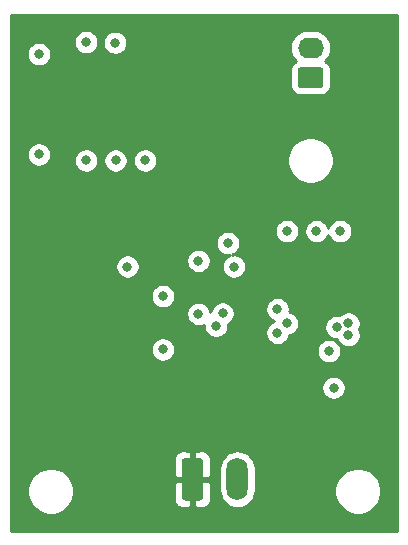
<source format=gbr>
%TF.GenerationSoftware,KiCad,Pcbnew,5.1.10-1.fc34*%
%TF.CreationDate,2021-09-08T08:00:36+01:00*%
%TF.ProjectId,cryosub_power_converter_top_v01,6372796f-7375-4625-9f70-6f7765725f63,rev?*%
%TF.SameCoordinates,Original*%
%TF.FileFunction,Copper,L3,Inr*%
%TF.FilePolarity,Positive*%
%FSLAX46Y46*%
G04 Gerber Fmt 4.6, Leading zero omitted, Abs format (unit mm)*
G04 Created by KiCad (PCBNEW 5.1.10-1.fc34) date 2021-09-08 08:00:36*
%MOMM*%
%LPD*%
G01*
G04 APERTURE LIST*
%TA.AperFunction,ComponentPad*%
%ADD10O,2.190000X1.740000*%
%TD*%
%TA.AperFunction,ComponentPad*%
%ADD11O,1.800000X3.600000*%
%TD*%
%TA.AperFunction,ViaPad*%
%ADD12C,0.800000*%
%TD*%
%TA.AperFunction,Conductor*%
%ADD13C,0.254000*%
%TD*%
%TA.AperFunction,Conductor*%
%ADD14C,0.100000*%
%TD*%
G04 APERTURE END LIST*
D10*
%TO.N,GND*%
%TO.C,J3*%
X126000000Y-103460000D03*
%TO.N,/p5v_out*%
%TA.AperFunction,ComponentPad*%
G36*
G01*
X126845001Y-106870000D02*
X125154999Y-106870000D01*
G75*
G02*
X124905000Y-106620001I0J249999D01*
G01*
X124905000Y-105379999D01*
G75*
G02*
X125154999Y-105130000I249999J0D01*
G01*
X126845001Y-105130000D01*
G75*
G02*
X127095000Y-105379999I0J-249999D01*
G01*
X127095000Y-106620001D01*
G75*
G02*
X126845001Y-106870000I-249999J0D01*
G01*
G37*
%TD.AperFunction*%
%TD*%
%TO.N,VDC*%
%TO.C,J1*%
%TA.AperFunction,ComponentPad*%
G36*
G01*
X115100000Y-141550000D02*
X115100000Y-138450000D01*
G75*
G02*
X115350000Y-138200000I250000J0D01*
G01*
X116650000Y-138200000D01*
G75*
G02*
X116900000Y-138450000I0J-250000D01*
G01*
X116900000Y-141550000D01*
G75*
G02*
X116650000Y-141800000I-250000J0D01*
G01*
X115350000Y-141800000D01*
G75*
G02*
X115100000Y-141550000I0J250000D01*
G01*
G37*
%TD.AperFunction*%
D11*
%TO.N,GND*%
X119810000Y-140000000D03*
%TD*%
D12*
%TO.N,VDC*%
X123200000Y-129400000D03*
X123200000Y-131000000D03*
X123200000Y-132800000D03*
%TO.N,GND*%
X123200000Y-125600000D03*
X124000000Y-126800000D03*
X123200000Y-127600000D03*
X128202593Y-127124996D03*
X129200000Y-126800000D03*
X129200000Y-127800000D03*
%TO.N,/vload*%
X109460000Y-103040000D03*
X107000000Y-103000000D03*
X103000000Y-104000000D03*
%TO.N,GND*%
X107000000Y-113000000D03*
X109500000Y-113000000D03*
X112000000Y-113000000D03*
X103000000Y-112500000D03*
X110500000Y-122000000D03*
X119000000Y-120000000D03*
X116500000Y-126000000D03*
X126500000Y-119000000D03*
X128500000Y-119000000D03*
X124000000Y-119000000D03*
X127550000Y-129150000D03*
X127950000Y-132250000D03*
%TO.N,/On When Warm/VD1*%
X119500000Y-122000000D03*
%TO.N,/On When Warm/vs*%
X113500000Y-124500000D03*
X113500000Y-129000000D03*
%TO.N,/On When Warm/vg1*%
X116500000Y-121500000D03*
%TO.N,/thermistor*%
X118000000Y-127000000D03*
%TO.N,/On When Warm/vd2*%
X118551318Y-125956175D03*
%TO.N,VDC*%
X120000000Y-109000000D03*
X107280000Y-127280000D03*
X110500000Y-127500000D03*
X121000000Y-122000000D03*
X121000000Y-129500000D03*
X111500000Y-120000000D03*
%TD*%
D13*
%TO.N,VDC*%
X133340001Y-144340000D02*
X100660000Y-144340000D01*
X100660000Y-140804495D01*
X102015000Y-140804495D01*
X102015000Y-141195505D01*
X102091282Y-141579003D01*
X102240915Y-141940250D01*
X102458149Y-142265364D01*
X102734636Y-142541851D01*
X103059750Y-142759085D01*
X103420997Y-142908718D01*
X103804495Y-142985000D01*
X104195505Y-142985000D01*
X104579003Y-142908718D01*
X104940250Y-142759085D01*
X105265364Y-142541851D01*
X105541851Y-142265364D01*
X105759085Y-141940250D01*
X105817178Y-141800000D01*
X114461928Y-141800000D01*
X114474188Y-141924482D01*
X114510498Y-142044180D01*
X114569463Y-142154494D01*
X114648815Y-142251185D01*
X114745506Y-142330537D01*
X114855820Y-142389502D01*
X114975518Y-142425812D01*
X115100000Y-142438072D01*
X115714250Y-142435000D01*
X115873000Y-142276250D01*
X115873000Y-140127000D01*
X116127000Y-140127000D01*
X116127000Y-142276250D01*
X116285750Y-142435000D01*
X116900000Y-142438072D01*
X117024482Y-142425812D01*
X117144180Y-142389502D01*
X117254494Y-142330537D01*
X117351185Y-142251185D01*
X117430537Y-142154494D01*
X117489502Y-142044180D01*
X117525812Y-141924482D01*
X117538072Y-141800000D01*
X117535000Y-140285750D01*
X117376250Y-140127000D01*
X116127000Y-140127000D01*
X115873000Y-140127000D01*
X114623750Y-140127000D01*
X114465000Y-140285750D01*
X114461928Y-141800000D01*
X105817178Y-141800000D01*
X105908718Y-141579003D01*
X105985000Y-141195505D01*
X105985000Y-140804495D01*
X105908718Y-140420997D01*
X105759085Y-140059750D01*
X105541851Y-139734636D01*
X105265364Y-139458149D01*
X104940250Y-139240915D01*
X104579003Y-139091282D01*
X104195505Y-139015000D01*
X103804495Y-139015000D01*
X103420997Y-139091282D01*
X103059750Y-139240915D01*
X102734636Y-139458149D01*
X102458149Y-139734636D01*
X102240915Y-140059750D01*
X102091282Y-140420997D01*
X102015000Y-140804495D01*
X100660000Y-140804495D01*
X100660000Y-138200000D01*
X114461928Y-138200000D01*
X114465000Y-139714250D01*
X114623750Y-139873000D01*
X115873000Y-139873000D01*
X115873000Y-137723750D01*
X116127000Y-137723750D01*
X116127000Y-139873000D01*
X117376250Y-139873000D01*
X117535000Y-139714250D01*
X117536399Y-139024593D01*
X118275000Y-139024593D01*
X118275000Y-140975408D01*
X118297211Y-141200913D01*
X118384984Y-141490261D01*
X118527520Y-141756927D01*
X118719340Y-141990661D01*
X118953074Y-142182481D01*
X119219740Y-142325017D01*
X119509088Y-142412790D01*
X119810000Y-142442427D01*
X120110913Y-142412790D01*
X120400261Y-142325017D01*
X120666927Y-142182481D01*
X120900661Y-141990661D01*
X121092481Y-141756927D01*
X121235017Y-141490261D01*
X121322790Y-141200913D01*
X121345000Y-140975408D01*
X121345000Y-140804495D01*
X128015000Y-140804495D01*
X128015000Y-141195505D01*
X128091282Y-141579003D01*
X128240915Y-141940250D01*
X128458149Y-142265364D01*
X128734636Y-142541851D01*
X129059750Y-142759085D01*
X129420997Y-142908718D01*
X129804495Y-142985000D01*
X130195505Y-142985000D01*
X130579003Y-142908718D01*
X130940250Y-142759085D01*
X131265364Y-142541851D01*
X131541851Y-142265364D01*
X131759085Y-141940250D01*
X131908718Y-141579003D01*
X131985000Y-141195505D01*
X131985000Y-140804495D01*
X131908718Y-140420997D01*
X131759085Y-140059750D01*
X131541851Y-139734636D01*
X131265364Y-139458149D01*
X130940250Y-139240915D01*
X130579003Y-139091282D01*
X130195505Y-139015000D01*
X129804495Y-139015000D01*
X129420997Y-139091282D01*
X129059750Y-139240915D01*
X128734636Y-139458149D01*
X128458149Y-139734636D01*
X128240915Y-140059750D01*
X128091282Y-140420997D01*
X128015000Y-140804495D01*
X121345000Y-140804495D01*
X121345000Y-139024592D01*
X121322790Y-138799087D01*
X121235017Y-138509739D01*
X121092481Y-138243073D01*
X120900661Y-138009339D01*
X120666926Y-137817519D01*
X120400260Y-137674983D01*
X120110912Y-137587210D01*
X119810000Y-137557573D01*
X119509087Y-137587210D01*
X119219739Y-137674983D01*
X118953073Y-137817519D01*
X118719339Y-138009339D01*
X118527519Y-138243074D01*
X118384983Y-138509740D01*
X118297210Y-138799088D01*
X118275000Y-139024593D01*
X117536399Y-139024593D01*
X117538072Y-138200000D01*
X117525812Y-138075518D01*
X117489502Y-137955820D01*
X117430537Y-137845506D01*
X117351185Y-137748815D01*
X117254494Y-137669463D01*
X117144180Y-137610498D01*
X117024482Y-137574188D01*
X116900000Y-137561928D01*
X116285750Y-137565000D01*
X116127000Y-137723750D01*
X115873000Y-137723750D01*
X115714250Y-137565000D01*
X115100000Y-137561928D01*
X114975518Y-137574188D01*
X114855820Y-137610498D01*
X114745506Y-137669463D01*
X114648815Y-137748815D01*
X114569463Y-137845506D01*
X114510498Y-137955820D01*
X114474188Y-138075518D01*
X114461928Y-138200000D01*
X100660000Y-138200000D01*
X100660000Y-132148061D01*
X126915000Y-132148061D01*
X126915000Y-132351939D01*
X126954774Y-132551898D01*
X127032795Y-132740256D01*
X127146063Y-132909774D01*
X127290226Y-133053937D01*
X127459744Y-133167205D01*
X127648102Y-133245226D01*
X127848061Y-133285000D01*
X128051939Y-133285000D01*
X128251898Y-133245226D01*
X128440256Y-133167205D01*
X128609774Y-133053937D01*
X128753937Y-132909774D01*
X128867205Y-132740256D01*
X128945226Y-132551898D01*
X128985000Y-132351939D01*
X128985000Y-132148061D01*
X128945226Y-131948102D01*
X128867205Y-131759744D01*
X128753937Y-131590226D01*
X128609774Y-131446063D01*
X128440256Y-131332795D01*
X128251898Y-131254774D01*
X128051939Y-131215000D01*
X127848061Y-131215000D01*
X127648102Y-131254774D01*
X127459744Y-131332795D01*
X127290226Y-131446063D01*
X127146063Y-131590226D01*
X127032795Y-131759744D01*
X126954774Y-131948102D01*
X126915000Y-132148061D01*
X100660000Y-132148061D01*
X100660000Y-128898061D01*
X112465000Y-128898061D01*
X112465000Y-129101939D01*
X112504774Y-129301898D01*
X112582795Y-129490256D01*
X112696063Y-129659774D01*
X112840226Y-129803937D01*
X113009744Y-129917205D01*
X113198102Y-129995226D01*
X113398061Y-130035000D01*
X113601939Y-130035000D01*
X113801898Y-129995226D01*
X113990256Y-129917205D01*
X114159774Y-129803937D01*
X114303937Y-129659774D01*
X114417205Y-129490256D01*
X114495226Y-129301898D01*
X114535000Y-129101939D01*
X114535000Y-129048061D01*
X126515000Y-129048061D01*
X126515000Y-129251939D01*
X126554774Y-129451898D01*
X126632795Y-129640256D01*
X126746063Y-129809774D01*
X126890226Y-129953937D01*
X127059744Y-130067205D01*
X127248102Y-130145226D01*
X127448061Y-130185000D01*
X127651939Y-130185000D01*
X127851898Y-130145226D01*
X128040256Y-130067205D01*
X128209774Y-129953937D01*
X128353937Y-129809774D01*
X128467205Y-129640256D01*
X128545226Y-129451898D01*
X128585000Y-129251939D01*
X128585000Y-129048061D01*
X128545226Y-128848102D01*
X128467205Y-128659744D01*
X128353937Y-128490226D01*
X128209774Y-128346063D01*
X128040256Y-128232795D01*
X127851898Y-128154774D01*
X127651939Y-128115000D01*
X127448061Y-128115000D01*
X127248102Y-128154774D01*
X127059744Y-128232795D01*
X126890226Y-128346063D01*
X126746063Y-128490226D01*
X126632795Y-128659744D01*
X126554774Y-128848102D01*
X126515000Y-129048061D01*
X114535000Y-129048061D01*
X114535000Y-128898061D01*
X114495226Y-128698102D01*
X114417205Y-128509744D01*
X114303937Y-128340226D01*
X114159774Y-128196063D01*
X113990256Y-128082795D01*
X113801898Y-128004774D01*
X113601939Y-127965000D01*
X113398061Y-127965000D01*
X113198102Y-128004774D01*
X113009744Y-128082795D01*
X112840226Y-128196063D01*
X112696063Y-128340226D01*
X112582795Y-128509744D01*
X112504774Y-128698102D01*
X112465000Y-128898061D01*
X100660000Y-128898061D01*
X100660000Y-125898061D01*
X115465000Y-125898061D01*
X115465000Y-126101939D01*
X115504774Y-126301898D01*
X115582795Y-126490256D01*
X115696063Y-126659774D01*
X115840226Y-126803937D01*
X116009744Y-126917205D01*
X116198102Y-126995226D01*
X116398061Y-127035000D01*
X116601939Y-127035000D01*
X116801898Y-126995226D01*
X116965000Y-126927666D01*
X116965000Y-127101939D01*
X117004774Y-127301898D01*
X117082795Y-127490256D01*
X117196063Y-127659774D01*
X117340226Y-127803937D01*
X117509744Y-127917205D01*
X117698102Y-127995226D01*
X117898061Y-128035000D01*
X118101939Y-128035000D01*
X118301898Y-127995226D01*
X118490256Y-127917205D01*
X118659774Y-127803937D01*
X118803937Y-127659774D01*
X118917205Y-127490256D01*
X118995226Y-127301898D01*
X119035000Y-127101939D01*
X119035000Y-126898061D01*
X119030965Y-126877775D01*
X119041574Y-126873380D01*
X119211092Y-126760112D01*
X119355255Y-126615949D01*
X119468523Y-126446431D01*
X119546544Y-126258073D01*
X119586318Y-126058114D01*
X119586318Y-125854236D01*
X119546544Y-125654277D01*
X119481837Y-125498061D01*
X122165000Y-125498061D01*
X122165000Y-125701939D01*
X122204774Y-125901898D01*
X122282795Y-126090256D01*
X122396063Y-126259774D01*
X122540226Y-126403937D01*
X122709744Y-126517205D01*
X122898102Y-126595226D01*
X122922103Y-126600000D01*
X122898102Y-126604774D01*
X122709744Y-126682795D01*
X122540226Y-126796063D01*
X122396063Y-126940226D01*
X122282795Y-127109744D01*
X122204774Y-127298102D01*
X122165000Y-127498061D01*
X122165000Y-127701939D01*
X122204774Y-127901898D01*
X122282795Y-128090256D01*
X122396063Y-128259774D01*
X122540226Y-128403937D01*
X122709744Y-128517205D01*
X122898102Y-128595226D01*
X123098061Y-128635000D01*
X123301939Y-128635000D01*
X123501898Y-128595226D01*
X123690256Y-128517205D01*
X123859774Y-128403937D01*
X124003937Y-128259774D01*
X124117205Y-128090256D01*
X124195226Y-127901898D01*
X124212924Y-127812924D01*
X124301898Y-127795226D01*
X124490256Y-127717205D01*
X124659774Y-127603937D01*
X124803937Y-127459774D01*
X124917205Y-127290256D01*
X124995226Y-127101898D01*
X125010908Y-127023057D01*
X127167593Y-127023057D01*
X127167593Y-127226935D01*
X127207367Y-127426894D01*
X127285388Y-127615252D01*
X127398656Y-127784770D01*
X127542819Y-127928933D01*
X127712337Y-128042201D01*
X127900695Y-128120222D01*
X128100654Y-128159996D01*
X128228839Y-128159996D01*
X128282795Y-128290256D01*
X128396063Y-128459774D01*
X128540226Y-128603937D01*
X128709744Y-128717205D01*
X128898102Y-128795226D01*
X129098061Y-128835000D01*
X129301939Y-128835000D01*
X129501898Y-128795226D01*
X129690256Y-128717205D01*
X129859774Y-128603937D01*
X130003937Y-128459774D01*
X130117205Y-128290256D01*
X130195226Y-128101898D01*
X130235000Y-127901939D01*
X130235000Y-127698061D01*
X130195226Y-127498102D01*
X130117205Y-127309744D01*
X130110694Y-127300000D01*
X130117205Y-127290256D01*
X130195226Y-127101898D01*
X130235000Y-126901939D01*
X130235000Y-126698061D01*
X130195226Y-126498102D01*
X130117205Y-126309744D01*
X130003937Y-126140226D01*
X129859774Y-125996063D01*
X129690256Y-125882795D01*
X129501898Y-125804774D01*
X129301939Y-125765000D01*
X129098061Y-125765000D01*
X128898102Y-125804774D01*
X128709744Y-125882795D01*
X128540226Y-125996063D01*
X128422773Y-126113516D01*
X128304532Y-126089996D01*
X128100654Y-126089996D01*
X127900695Y-126129770D01*
X127712337Y-126207791D01*
X127542819Y-126321059D01*
X127398656Y-126465222D01*
X127285388Y-126634740D01*
X127207367Y-126823098D01*
X127167593Y-127023057D01*
X125010908Y-127023057D01*
X125035000Y-126901939D01*
X125035000Y-126698061D01*
X124995226Y-126498102D01*
X124917205Y-126309744D01*
X124803937Y-126140226D01*
X124659774Y-125996063D01*
X124490256Y-125882795D01*
X124301898Y-125804774D01*
X124217870Y-125788060D01*
X124235000Y-125701939D01*
X124235000Y-125498061D01*
X124195226Y-125298102D01*
X124117205Y-125109744D01*
X124003937Y-124940226D01*
X123859774Y-124796063D01*
X123690256Y-124682795D01*
X123501898Y-124604774D01*
X123301939Y-124565000D01*
X123098061Y-124565000D01*
X122898102Y-124604774D01*
X122709744Y-124682795D01*
X122540226Y-124796063D01*
X122396063Y-124940226D01*
X122282795Y-125109744D01*
X122204774Y-125298102D01*
X122165000Y-125498061D01*
X119481837Y-125498061D01*
X119468523Y-125465919D01*
X119355255Y-125296401D01*
X119211092Y-125152238D01*
X119041574Y-125038970D01*
X118853216Y-124960949D01*
X118653257Y-124921175D01*
X118449379Y-124921175D01*
X118249420Y-124960949D01*
X118061062Y-125038970D01*
X117891544Y-125152238D01*
X117747381Y-125296401D01*
X117634113Y-125465919D01*
X117556092Y-125654277D01*
X117521300Y-125829188D01*
X117495226Y-125698102D01*
X117417205Y-125509744D01*
X117303937Y-125340226D01*
X117159774Y-125196063D01*
X116990256Y-125082795D01*
X116801898Y-125004774D01*
X116601939Y-124965000D01*
X116398061Y-124965000D01*
X116198102Y-125004774D01*
X116009744Y-125082795D01*
X115840226Y-125196063D01*
X115696063Y-125340226D01*
X115582795Y-125509744D01*
X115504774Y-125698102D01*
X115465000Y-125898061D01*
X100660000Y-125898061D01*
X100660000Y-124398061D01*
X112465000Y-124398061D01*
X112465000Y-124601939D01*
X112504774Y-124801898D01*
X112582795Y-124990256D01*
X112696063Y-125159774D01*
X112840226Y-125303937D01*
X113009744Y-125417205D01*
X113198102Y-125495226D01*
X113398061Y-125535000D01*
X113601939Y-125535000D01*
X113801898Y-125495226D01*
X113990256Y-125417205D01*
X114159774Y-125303937D01*
X114303937Y-125159774D01*
X114417205Y-124990256D01*
X114495226Y-124801898D01*
X114535000Y-124601939D01*
X114535000Y-124398061D01*
X114495226Y-124198102D01*
X114417205Y-124009744D01*
X114303937Y-123840226D01*
X114159774Y-123696063D01*
X113990256Y-123582795D01*
X113801898Y-123504774D01*
X113601939Y-123465000D01*
X113398061Y-123465000D01*
X113198102Y-123504774D01*
X113009744Y-123582795D01*
X112840226Y-123696063D01*
X112696063Y-123840226D01*
X112582795Y-124009744D01*
X112504774Y-124198102D01*
X112465000Y-124398061D01*
X100660000Y-124398061D01*
X100660000Y-121898061D01*
X109465000Y-121898061D01*
X109465000Y-122101939D01*
X109504774Y-122301898D01*
X109582795Y-122490256D01*
X109696063Y-122659774D01*
X109840226Y-122803937D01*
X110009744Y-122917205D01*
X110198102Y-122995226D01*
X110398061Y-123035000D01*
X110601939Y-123035000D01*
X110801898Y-122995226D01*
X110990256Y-122917205D01*
X111159774Y-122803937D01*
X111303937Y-122659774D01*
X111417205Y-122490256D01*
X111495226Y-122301898D01*
X111535000Y-122101939D01*
X111535000Y-121898061D01*
X111495226Y-121698102D01*
X111417205Y-121509744D01*
X111342582Y-121398061D01*
X115465000Y-121398061D01*
X115465000Y-121601939D01*
X115504774Y-121801898D01*
X115582795Y-121990256D01*
X115696063Y-122159774D01*
X115840226Y-122303937D01*
X116009744Y-122417205D01*
X116198102Y-122495226D01*
X116398061Y-122535000D01*
X116601939Y-122535000D01*
X116801898Y-122495226D01*
X116990256Y-122417205D01*
X117159774Y-122303937D01*
X117303937Y-122159774D01*
X117417205Y-121990256D01*
X117495226Y-121801898D01*
X117535000Y-121601939D01*
X117535000Y-121398061D01*
X117495226Y-121198102D01*
X117417205Y-121009744D01*
X117303937Y-120840226D01*
X117159774Y-120696063D01*
X116990256Y-120582795D01*
X116801898Y-120504774D01*
X116601939Y-120465000D01*
X116398061Y-120465000D01*
X116198102Y-120504774D01*
X116009744Y-120582795D01*
X115840226Y-120696063D01*
X115696063Y-120840226D01*
X115582795Y-121009744D01*
X115504774Y-121198102D01*
X115465000Y-121398061D01*
X111342582Y-121398061D01*
X111303937Y-121340226D01*
X111159774Y-121196063D01*
X110990256Y-121082795D01*
X110801898Y-121004774D01*
X110601939Y-120965000D01*
X110398061Y-120965000D01*
X110198102Y-121004774D01*
X110009744Y-121082795D01*
X109840226Y-121196063D01*
X109696063Y-121340226D01*
X109582795Y-121509744D01*
X109504774Y-121698102D01*
X109465000Y-121898061D01*
X100660000Y-121898061D01*
X100660000Y-119898061D01*
X117965000Y-119898061D01*
X117965000Y-120101939D01*
X118004774Y-120301898D01*
X118082795Y-120490256D01*
X118196063Y-120659774D01*
X118340226Y-120803937D01*
X118509744Y-120917205D01*
X118698102Y-120995226D01*
X118898061Y-121035000D01*
X119101939Y-121035000D01*
X119146556Y-121026125D01*
X119009744Y-121082795D01*
X118840226Y-121196063D01*
X118696063Y-121340226D01*
X118582795Y-121509744D01*
X118504774Y-121698102D01*
X118465000Y-121898061D01*
X118465000Y-122101939D01*
X118504774Y-122301898D01*
X118582795Y-122490256D01*
X118696063Y-122659774D01*
X118840226Y-122803937D01*
X119009744Y-122917205D01*
X119198102Y-122995226D01*
X119398061Y-123035000D01*
X119601939Y-123035000D01*
X119801898Y-122995226D01*
X119990256Y-122917205D01*
X120159774Y-122803937D01*
X120303937Y-122659774D01*
X120417205Y-122490256D01*
X120495226Y-122301898D01*
X120535000Y-122101939D01*
X120535000Y-121898061D01*
X120495226Y-121698102D01*
X120417205Y-121509744D01*
X120303937Y-121340226D01*
X120159774Y-121196063D01*
X119990256Y-121082795D01*
X119801898Y-121004774D01*
X119601939Y-120965000D01*
X119398061Y-120965000D01*
X119353444Y-120973875D01*
X119490256Y-120917205D01*
X119659774Y-120803937D01*
X119803937Y-120659774D01*
X119917205Y-120490256D01*
X119995226Y-120301898D01*
X120035000Y-120101939D01*
X120035000Y-119898061D01*
X119995226Y-119698102D01*
X119917205Y-119509744D01*
X119803937Y-119340226D01*
X119659774Y-119196063D01*
X119490256Y-119082795D01*
X119301898Y-119004774D01*
X119101939Y-118965000D01*
X118898061Y-118965000D01*
X118698102Y-119004774D01*
X118509744Y-119082795D01*
X118340226Y-119196063D01*
X118196063Y-119340226D01*
X118082795Y-119509744D01*
X118004774Y-119698102D01*
X117965000Y-119898061D01*
X100660000Y-119898061D01*
X100660000Y-118898061D01*
X122965000Y-118898061D01*
X122965000Y-119101939D01*
X123004774Y-119301898D01*
X123082795Y-119490256D01*
X123196063Y-119659774D01*
X123340226Y-119803937D01*
X123509744Y-119917205D01*
X123698102Y-119995226D01*
X123898061Y-120035000D01*
X124101939Y-120035000D01*
X124301898Y-119995226D01*
X124490256Y-119917205D01*
X124659774Y-119803937D01*
X124803937Y-119659774D01*
X124917205Y-119490256D01*
X124995226Y-119301898D01*
X125035000Y-119101939D01*
X125035000Y-118898061D01*
X125465000Y-118898061D01*
X125465000Y-119101939D01*
X125504774Y-119301898D01*
X125582795Y-119490256D01*
X125696063Y-119659774D01*
X125840226Y-119803937D01*
X126009744Y-119917205D01*
X126198102Y-119995226D01*
X126398061Y-120035000D01*
X126601939Y-120035000D01*
X126801898Y-119995226D01*
X126990256Y-119917205D01*
X127159774Y-119803937D01*
X127303937Y-119659774D01*
X127417205Y-119490256D01*
X127495226Y-119301898D01*
X127500000Y-119277897D01*
X127504774Y-119301898D01*
X127582795Y-119490256D01*
X127696063Y-119659774D01*
X127840226Y-119803937D01*
X128009744Y-119917205D01*
X128198102Y-119995226D01*
X128398061Y-120035000D01*
X128601939Y-120035000D01*
X128801898Y-119995226D01*
X128990256Y-119917205D01*
X129159774Y-119803937D01*
X129303937Y-119659774D01*
X129417205Y-119490256D01*
X129495226Y-119301898D01*
X129535000Y-119101939D01*
X129535000Y-118898061D01*
X129495226Y-118698102D01*
X129417205Y-118509744D01*
X129303937Y-118340226D01*
X129159774Y-118196063D01*
X128990256Y-118082795D01*
X128801898Y-118004774D01*
X128601939Y-117965000D01*
X128398061Y-117965000D01*
X128198102Y-118004774D01*
X128009744Y-118082795D01*
X127840226Y-118196063D01*
X127696063Y-118340226D01*
X127582795Y-118509744D01*
X127504774Y-118698102D01*
X127500000Y-118722103D01*
X127495226Y-118698102D01*
X127417205Y-118509744D01*
X127303937Y-118340226D01*
X127159774Y-118196063D01*
X126990256Y-118082795D01*
X126801898Y-118004774D01*
X126601939Y-117965000D01*
X126398061Y-117965000D01*
X126198102Y-118004774D01*
X126009744Y-118082795D01*
X125840226Y-118196063D01*
X125696063Y-118340226D01*
X125582795Y-118509744D01*
X125504774Y-118698102D01*
X125465000Y-118898061D01*
X125035000Y-118898061D01*
X124995226Y-118698102D01*
X124917205Y-118509744D01*
X124803937Y-118340226D01*
X124659774Y-118196063D01*
X124490256Y-118082795D01*
X124301898Y-118004774D01*
X124101939Y-117965000D01*
X123898061Y-117965000D01*
X123698102Y-118004774D01*
X123509744Y-118082795D01*
X123340226Y-118196063D01*
X123196063Y-118340226D01*
X123082795Y-118509744D01*
X123004774Y-118698102D01*
X122965000Y-118898061D01*
X100660000Y-118898061D01*
X100660000Y-112398061D01*
X101965000Y-112398061D01*
X101965000Y-112601939D01*
X102004774Y-112801898D01*
X102082795Y-112990256D01*
X102196063Y-113159774D01*
X102340226Y-113303937D01*
X102509744Y-113417205D01*
X102698102Y-113495226D01*
X102898061Y-113535000D01*
X103101939Y-113535000D01*
X103301898Y-113495226D01*
X103490256Y-113417205D01*
X103659774Y-113303937D01*
X103803937Y-113159774D01*
X103917205Y-112990256D01*
X103955393Y-112898061D01*
X105965000Y-112898061D01*
X105965000Y-113101939D01*
X106004774Y-113301898D01*
X106082795Y-113490256D01*
X106196063Y-113659774D01*
X106340226Y-113803937D01*
X106509744Y-113917205D01*
X106698102Y-113995226D01*
X106898061Y-114035000D01*
X107101939Y-114035000D01*
X107301898Y-113995226D01*
X107490256Y-113917205D01*
X107659774Y-113803937D01*
X107803937Y-113659774D01*
X107917205Y-113490256D01*
X107995226Y-113301898D01*
X108035000Y-113101939D01*
X108035000Y-112898061D01*
X108465000Y-112898061D01*
X108465000Y-113101939D01*
X108504774Y-113301898D01*
X108582795Y-113490256D01*
X108696063Y-113659774D01*
X108840226Y-113803937D01*
X109009744Y-113917205D01*
X109198102Y-113995226D01*
X109398061Y-114035000D01*
X109601939Y-114035000D01*
X109801898Y-113995226D01*
X109990256Y-113917205D01*
X110159774Y-113803937D01*
X110303937Y-113659774D01*
X110417205Y-113490256D01*
X110495226Y-113301898D01*
X110535000Y-113101939D01*
X110535000Y-112898061D01*
X110965000Y-112898061D01*
X110965000Y-113101939D01*
X111004774Y-113301898D01*
X111082795Y-113490256D01*
X111196063Y-113659774D01*
X111340226Y-113803937D01*
X111509744Y-113917205D01*
X111698102Y-113995226D01*
X111898061Y-114035000D01*
X112101939Y-114035000D01*
X112301898Y-113995226D01*
X112490256Y-113917205D01*
X112659774Y-113803937D01*
X112803937Y-113659774D01*
X112917205Y-113490256D01*
X112995226Y-113301898D01*
X113035000Y-113101939D01*
X113035000Y-112898061D01*
X113016389Y-112804495D01*
X124015000Y-112804495D01*
X124015000Y-113195505D01*
X124091282Y-113579003D01*
X124240915Y-113940250D01*
X124458149Y-114265364D01*
X124734636Y-114541851D01*
X125059750Y-114759085D01*
X125420997Y-114908718D01*
X125804495Y-114985000D01*
X126195505Y-114985000D01*
X126579003Y-114908718D01*
X126940250Y-114759085D01*
X127265364Y-114541851D01*
X127541851Y-114265364D01*
X127759085Y-113940250D01*
X127908718Y-113579003D01*
X127985000Y-113195505D01*
X127985000Y-112804495D01*
X127908718Y-112420997D01*
X127759085Y-112059750D01*
X127541851Y-111734636D01*
X127265364Y-111458149D01*
X126940250Y-111240915D01*
X126579003Y-111091282D01*
X126195505Y-111015000D01*
X125804495Y-111015000D01*
X125420997Y-111091282D01*
X125059750Y-111240915D01*
X124734636Y-111458149D01*
X124458149Y-111734636D01*
X124240915Y-112059750D01*
X124091282Y-112420997D01*
X124015000Y-112804495D01*
X113016389Y-112804495D01*
X112995226Y-112698102D01*
X112917205Y-112509744D01*
X112803937Y-112340226D01*
X112659774Y-112196063D01*
X112490256Y-112082795D01*
X112301898Y-112004774D01*
X112101939Y-111965000D01*
X111898061Y-111965000D01*
X111698102Y-112004774D01*
X111509744Y-112082795D01*
X111340226Y-112196063D01*
X111196063Y-112340226D01*
X111082795Y-112509744D01*
X111004774Y-112698102D01*
X110965000Y-112898061D01*
X110535000Y-112898061D01*
X110495226Y-112698102D01*
X110417205Y-112509744D01*
X110303937Y-112340226D01*
X110159774Y-112196063D01*
X109990256Y-112082795D01*
X109801898Y-112004774D01*
X109601939Y-111965000D01*
X109398061Y-111965000D01*
X109198102Y-112004774D01*
X109009744Y-112082795D01*
X108840226Y-112196063D01*
X108696063Y-112340226D01*
X108582795Y-112509744D01*
X108504774Y-112698102D01*
X108465000Y-112898061D01*
X108035000Y-112898061D01*
X107995226Y-112698102D01*
X107917205Y-112509744D01*
X107803937Y-112340226D01*
X107659774Y-112196063D01*
X107490256Y-112082795D01*
X107301898Y-112004774D01*
X107101939Y-111965000D01*
X106898061Y-111965000D01*
X106698102Y-112004774D01*
X106509744Y-112082795D01*
X106340226Y-112196063D01*
X106196063Y-112340226D01*
X106082795Y-112509744D01*
X106004774Y-112698102D01*
X105965000Y-112898061D01*
X103955393Y-112898061D01*
X103995226Y-112801898D01*
X104035000Y-112601939D01*
X104035000Y-112398061D01*
X103995226Y-112198102D01*
X103917205Y-112009744D01*
X103803937Y-111840226D01*
X103659774Y-111696063D01*
X103490256Y-111582795D01*
X103301898Y-111504774D01*
X103101939Y-111465000D01*
X102898061Y-111465000D01*
X102698102Y-111504774D01*
X102509744Y-111582795D01*
X102340226Y-111696063D01*
X102196063Y-111840226D01*
X102082795Y-112009744D01*
X102004774Y-112198102D01*
X101965000Y-112398061D01*
X100660000Y-112398061D01*
X100660000Y-103898061D01*
X101965000Y-103898061D01*
X101965000Y-104101939D01*
X102004774Y-104301898D01*
X102082795Y-104490256D01*
X102196063Y-104659774D01*
X102340226Y-104803937D01*
X102509744Y-104917205D01*
X102698102Y-104995226D01*
X102898061Y-105035000D01*
X103101939Y-105035000D01*
X103301898Y-104995226D01*
X103490256Y-104917205D01*
X103659774Y-104803937D01*
X103803937Y-104659774D01*
X103917205Y-104490256D01*
X103995226Y-104301898D01*
X104035000Y-104101939D01*
X104035000Y-103898061D01*
X103995226Y-103698102D01*
X103917205Y-103509744D01*
X103803937Y-103340226D01*
X103659774Y-103196063D01*
X103490256Y-103082795D01*
X103301898Y-103004774D01*
X103101939Y-102965000D01*
X102898061Y-102965000D01*
X102698102Y-103004774D01*
X102509744Y-103082795D01*
X102340226Y-103196063D01*
X102196063Y-103340226D01*
X102082795Y-103509744D01*
X102004774Y-103698102D01*
X101965000Y-103898061D01*
X100660000Y-103898061D01*
X100660000Y-102898061D01*
X105965000Y-102898061D01*
X105965000Y-103101939D01*
X106004774Y-103301898D01*
X106082795Y-103490256D01*
X106196063Y-103659774D01*
X106340226Y-103803937D01*
X106509744Y-103917205D01*
X106698102Y-103995226D01*
X106898061Y-104035000D01*
X107101939Y-104035000D01*
X107301898Y-103995226D01*
X107490256Y-103917205D01*
X107659774Y-103803937D01*
X107803937Y-103659774D01*
X107917205Y-103490256D01*
X107995226Y-103301898D01*
X108035000Y-103101939D01*
X108035000Y-102938061D01*
X108425000Y-102938061D01*
X108425000Y-103141939D01*
X108464774Y-103341898D01*
X108542795Y-103530256D01*
X108656063Y-103699774D01*
X108800226Y-103843937D01*
X108969744Y-103957205D01*
X109158102Y-104035226D01*
X109358061Y-104075000D01*
X109561939Y-104075000D01*
X109761898Y-104035226D01*
X109950256Y-103957205D01*
X110119774Y-103843937D01*
X110263937Y-103699774D01*
X110377205Y-103530256D01*
X110406306Y-103460000D01*
X124262718Y-103460000D01*
X124291776Y-103755032D01*
X124377834Y-104038725D01*
X124517583Y-104300179D01*
X124705655Y-104529345D01*
X124771114Y-104583066D01*
X124661613Y-104641595D01*
X124527038Y-104752038D01*
X124416595Y-104886613D01*
X124334528Y-105040149D01*
X124283992Y-105206745D01*
X124266928Y-105379999D01*
X124266928Y-106620001D01*
X124283992Y-106793255D01*
X124334528Y-106959851D01*
X124416595Y-107113387D01*
X124527038Y-107247962D01*
X124661613Y-107358405D01*
X124815149Y-107440472D01*
X124981745Y-107491008D01*
X125154999Y-107508072D01*
X126845001Y-107508072D01*
X127018255Y-107491008D01*
X127184851Y-107440472D01*
X127338387Y-107358405D01*
X127472962Y-107247962D01*
X127583405Y-107113387D01*
X127665472Y-106959851D01*
X127716008Y-106793255D01*
X127733072Y-106620001D01*
X127733072Y-105379999D01*
X127716008Y-105206745D01*
X127665472Y-105040149D01*
X127583405Y-104886613D01*
X127472962Y-104752038D01*
X127338387Y-104641595D01*
X127228886Y-104583066D01*
X127294345Y-104529345D01*
X127482417Y-104300179D01*
X127622166Y-104038725D01*
X127708224Y-103755032D01*
X127737282Y-103460000D01*
X127708224Y-103164968D01*
X127622166Y-102881275D01*
X127482417Y-102619821D01*
X127294345Y-102390655D01*
X127065179Y-102202583D01*
X126803725Y-102062834D01*
X126520032Y-101976776D01*
X126298936Y-101955000D01*
X125701064Y-101955000D01*
X125479968Y-101976776D01*
X125196275Y-102062834D01*
X124934821Y-102202583D01*
X124705655Y-102390655D01*
X124517583Y-102619821D01*
X124377834Y-102881275D01*
X124291776Y-103164968D01*
X124262718Y-103460000D01*
X110406306Y-103460000D01*
X110455226Y-103341898D01*
X110495000Y-103141939D01*
X110495000Y-102938061D01*
X110455226Y-102738102D01*
X110377205Y-102549744D01*
X110263937Y-102380226D01*
X110119774Y-102236063D01*
X109950256Y-102122795D01*
X109761898Y-102044774D01*
X109561939Y-102005000D01*
X109358061Y-102005000D01*
X109158102Y-102044774D01*
X108969744Y-102122795D01*
X108800226Y-102236063D01*
X108656063Y-102380226D01*
X108542795Y-102549744D01*
X108464774Y-102738102D01*
X108425000Y-102938061D01*
X108035000Y-102938061D01*
X108035000Y-102898061D01*
X107995226Y-102698102D01*
X107917205Y-102509744D01*
X107803937Y-102340226D01*
X107659774Y-102196063D01*
X107490256Y-102082795D01*
X107301898Y-102004774D01*
X107101939Y-101965000D01*
X106898061Y-101965000D01*
X106698102Y-102004774D01*
X106509744Y-102082795D01*
X106340226Y-102196063D01*
X106196063Y-102340226D01*
X106082795Y-102509744D01*
X106004774Y-102698102D01*
X105965000Y-102898061D01*
X100660000Y-102898061D01*
X100660000Y-100660000D01*
X133340000Y-100660000D01*
X133340001Y-144340000D01*
%TA.AperFunction,Conductor*%
D14*
G36*
X133340001Y-144340000D02*
G01*
X100660000Y-144340000D01*
X100660000Y-140804495D01*
X102015000Y-140804495D01*
X102015000Y-141195505D01*
X102091282Y-141579003D01*
X102240915Y-141940250D01*
X102458149Y-142265364D01*
X102734636Y-142541851D01*
X103059750Y-142759085D01*
X103420997Y-142908718D01*
X103804495Y-142985000D01*
X104195505Y-142985000D01*
X104579003Y-142908718D01*
X104940250Y-142759085D01*
X105265364Y-142541851D01*
X105541851Y-142265364D01*
X105759085Y-141940250D01*
X105817178Y-141800000D01*
X114461928Y-141800000D01*
X114474188Y-141924482D01*
X114510498Y-142044180D01*
X114569463Y-142154494D01*
X114648815Y-142251185D01*
X114745506Y-142330537D01*
X114855820Y-142389502D01*
X114975518Y-142425812D01*
X115100000Y-142438072D01*
X115714250Y-142435000D01*
X115873000Y-142276250D01*
X115873000Y-140127000D01*
X116127000Y-140127000D01*
X116127000Y-142276250D01*
X116285750Y-142435000D01*
X116900000Y-142438072D01*
X117024482Y-142425812D01*
X117144180Y-142389502D01*
X117254494Y-142330537D01*
X117351185Y-142251185D01*
X117430537Y-142154494D01*
X117489502Y-142044180D01*
X117525812Y-141924482D01*
X117538072Y-141800000D01*
X117535000Y-140285750D01*
X117376250Y-140127000D01*
X116127000Y-140127000D01*
X115873000Y-140127000D01*
X114623750Y-140127000D01*
X114465000Y-140285750D01*
X114461928Y-141800000D01*
X105817178Y-141800000D01*
X105908718Y-141579003D01*
X105985000Y-141195505D01*
X105985000Y-140804495D01*
X105908718Y-140420997D01*
X105759085Y-140059750D01*
X105541851Y-139734636D01*
X105265364Y-139458149D01*
X104940250Y-139240915D01*
X104579003Y-139091282D01*
X104195505Y-139015000D01*
X103804495Y-139015000D01*
X103420997Y-139091282D01*
X103059750Y-139240915D01*
X102734636Y-139458149D01*
X102458149Y-139734636D01*
X102240915Y-140059750D01*
X102091282Y-140420997D01*
X102015000Y-140804495D01*
X100660000Y-140804495D01*
X100660000Y-138200000D01*
X114461928Y-138200000D01*
X114465000Y-139714250D01*
X114623750Y-139873000D01*
X115873000Y-139873000D01*
X115873000Y-137723750D01*
X116127000Y-137723750D01*
X116127000Y-139873000D01*
X117376250Y-139873000D01*
X117535000Y-139714250D01*
X117536399Y-139024593D01*
X118275000Y-139024593D01*
X118275000Y-140975408D01*
X118297211Y-141200913D01*
X118384984Y-141490261D01*
X118527520Y-141756927D01*
X118719340Y-141990661D01*
X118953074Y-142182481D01*
X119219740Y-142325017D01*
X119509088Y-142412790D01*
X119810000Y-142442427D01*
X120110913Y-142412790D01*
X120400261Y-142325017D01*
X120666927Y-142182481D01*
X120900661Y-141990661D01*
X121092481Y-141756927D01*
X121235017Y-141490261D01*
X121322790Y-141200913D01*
X121345000Y-140975408D01*
X121345000Y-140804495D01*
X128015000Y-140804495D01*
X128015000Y-141195505D01*
X128091282Y-141579003D01*
X128240915Y-141940250D01*
X128458149Y-142265364D01*
X128734636Y-142541851D01*
X129059750Y-142759085D01*
X129420997Y-142908718D01*
X129804495Y-142985000D01*
X130195505Y-142985000D01*
X130579003Y-142908718D01*
X130940250Y-142759085D01*
X131265364Y-142541851D01*
X131541851Y-142265364D01*
X131759085Y-141940250D01*
X131908718Y-141579003D01*
X131985000Y-141195505D01*
X131985000Y-140804495D01*
X131908718Y-140420997D01*
X131759085Y-140059750D01*
X131541851Y-139734636D01*
X131265364Y-139458149D01*
X130940250Y-139240915D01*
X130579003Y-139091282D01*
X130195505Y-139015000D01*
X129804495Y-139015000D01*
X129420997Y-139091282D01*
X129059750Y-139240915D01*
X128734636Y-139458149D01*
X128458149Y-139734636D01*
X128240915Y-140059750D01*
X128091282Y-140420997D01*
X128015000Y-140804495D01*
X121345000Y-140804495D01*
X121345000Y-139024592D01*
X121322790Y-138799087D01*
X121235017Y-138509739D01*
X121092481Y-138243073D01*
X120900661Y-138009339D01*
X120666926Y-137817519D01*
X120400260Y-137674983D01*
X120110912Y-137587210D01*
X119810000Y-137557573D01*
X119509087Y-137587210D01*
X119219739Y-137674983D01*
X118953073Y-137817519D01*
X118719339Y-138009339D01*
X118527519Y-138243074D01*
X118384983Y-138509740D01*
X118297210Y-138799088D01*
X118275000Y-139024593D01*
X117536399Y-139024593D01*
X117538072Y-138200000D01*
X117525812Y-138075518D01*
X117489502Y-137955820D01*
X117430537Y-137845506D01*
X117351185Y-137748815D01*
X117254494Y-137669463D01*
X117144180Y-137610498D01*
X117024482Y-137574188D01*
X116900000Y-137561928D01*
X116285750Y-137565000D01*
X116127000Y-137723750D01*
X115873000Y-137723750D01*
X115714250Y-137565000D01*
X115100000Y-137561928D01*
X114975518Y-137574188D01*
X114855820Y-137610498D01*
X114745506Y-137669463D01*
X114648815Y-137748815D01*
X114569463Y-137845506D01*
X114510498Y-137955820D01*
X114474188Y-138075518D01*
X114461928Y-138200000D01*
X100660000Y-138200000D01*
X100660000Y-132148061D01*
X126915000Y-132148061D01*
X126915000Y-132351939D01*
X126954774Y-132551898D01*
X127032795Y-132740256D01*
X127146063Y-132909774D01*
X127290226Y-133053937D01*
X127459744Y-133167205D01*
X127648102Y-133245226D01*
X127848061Y-133285000D01*
X128051939Y-133285000D01*
X128251898Y-133245226D01*
X128440256Y-133167205D01*
X128609774Y-133053937D01*
X128753937Y-132909774D01*
X128867205Y-132740256D01*
X128945226Y-132551898D01*
X128985000Y-132351939D01*
X128985000Y-132148061D01*
X128945226Y-131948102D01*
X128867205Y-131759744D01*
X128753937Y-131590226D01*
X128609774Y-131446063D01*
X128440256Y-131332795D01*
X128251898Y-131254774D01*
X128051939Y-131215000D01*
X127848061Y-131215000D01*
X127648102Y-131254774D01*
X127459744Y-131332795D01*
X127290226Y-131446063D01*
X127146063Y-131590226D01*
X127032795Y-131759744D01*
X126954774Y-131948102D01*
X126915000Y-132148061D01*
X100660000Y-132148061D01*
X100660000Y-128898061D01*
X112465000Y-128898061D01*
X112465000Y-129101939D01*
X112504774Y-129301898D01*
X112582795Y-129490256D01*
X112696063Y-129659774D01*
X112840226Y-129803937D01*
X113009744Y-129917205D01*
X113198102Y-129995226D01*
X113398061Y-130035000D01*
X113601939Y-130035000D01*
X113801898Y-129995226D01*
X113990256Y-129917205D01*
X114159774Y-129803937D01*
X114303937Y-129659774D01*
X114417205Y-129490256D01*
X114495226Y-129301898D01*
X114535000Y-129101939D01*
X114535000Y-129048061D01*
X126515000Y-129048061D01*
X126515000Y-129251939D01*
X126554774Y-129451898D01*
X126632795Y-129640256D01*
X126746063Y-129809774D01*
X126890226Y-129953937D01*
X127059744Y-130067205D01*
X127248102Y-130145226D01*
X127448061Y-130185000D01*
X127651939Y-130185000D01*
X127851898Y-130145226D01*
X128040256Y-130067205D01*
X128209774Y-129953937D01*
X128353937Y-129809774D01*
X128467205Y-129640256D01*
X128545226Y-129451898D01*
X128585000Y-129251939D01*
X128585000Y-129048061D01*
X128545226Y-128848102D01*
X128467205Y-128659744D01*
X128353937Y-128490226D01*
X128209774Y-128346063D01*
X128040256Y-128232795D01*
X127851898Y-128154774D01*
X127651939Y-128115000D01*
X127448061Y-128115000D01*
X127248102Y-128154774D01*
X127059744Y-128232795D01*
X126890226Y-128346063D01*
X126746063Y-128490226D01*
X126632795Y-128659744D01*
X126554774Y-128848102D01*
X126515000Y-129048061D01*
X114535000Y-129048061D01*
X114535000Y-128898061D01*
X114495226Y-128698102D01*
X114417205Y-128509744D01*
X114303937Y-128340226D01*
X114159774Y-128196063D01*
X113990256Y-128082795D01*
X113801898Y-128004774D01*
X113601939Y-127965000D01*
X113398061Y-127965000D01*
X113198102Y-128004774D01*
X113009744Y-128082795D01*
X112840226Y-128196063D01*
X112696063Y-128340226D01*
X112582795Y-128509744D01*
X112504774Y-128698102D01*
X112465000Y-128898061D01*
X100660000Y-128898061D01*
X100660000Y-125898061D01*
X115465000Y-125898061D01*
X115465000Y-126101939D01*
X115504774Y-126301898D01*
X115582795Y-126490256D01*
X115696063Y-126659774D01*
X115840226Y-126803937D01*
X116009744Y-126917205D01*
X116198102Y-126995226D01*
X116398061Y-127035000D01*
X116601939Y-127035000D01*
X116801898Y-126995226D01*
X116965000Y-126927666D01*
X116965000Y-127101939D01*
X117004774Y-127301898D01*
X117082795Y-127490256D01*
X117196063Y-127659774D01*
X117340226Y-127803937D01*
X117509744Y-127917205D01*
X117698102Y-127995226D01*
X117898061Y-128035000D01*
X118101939Y-128035000D01*
X118301898Y-127995226D01*
X118490256Y-127917205D01*
X118659774Y-127803937D01*
X118803937Y-127659774D01*
X118917205Y-127490256D01*
X118995226Y-127301898D01*
X119035000Y-127101939D01*
X119035000Y-126898061D01*
X119030965Y-126877775D01*
X119041574Y-126873380D01*
X119211092Y-126760112D01*
X119355255Y-126615949D01*
X119468523Y-126446431D01*
X119546544Y-126258073D01*
X119586318Y-126058114D01*
X119586318Y-125854236D01*
X119546544Y-125654277D01*
X119481837Y-125498061D01*
X122165000Y-125498061D01*
X122165000Y-125701939D01*
X122204774Y-125901898D01*
X122282795Y-126090256D01*
X122396063Y-126259774D01*
X122540226Y-126403937D01*
X122709744Y-126517205D01*
X122898102Y-126595226D01*
X122922103Y-126600000D01*
X122898102Y-126604774D01*
X122709744Y-126682795D01*
X122540226Y-126796063D01*
X122396063Y-126940226D01*
X122282795Y-127109744D01*
X122204774Y-127298102D01*
X122165000Y-127498061D01*
X122165000Y-127701939D01*
X122204774Y-127901898D01*
X122282795Y-128090256D01*
X122396063Y-128259774D01*
X122540226Y-128403937D01*
X122709744Y-128517205D01*
X122898102Y-128595226D01*
X123098061Y-128635000D01*
X123301939Y-128635000D01*
X123501898Y-128595226D01*
X123690256Y-128517205D01*
X123859774Y-128403937D01*
X124003937Y-128259774D01*
X124117205Y-128090256D01*
X124195226Y-127901898D01*
X124212924Y-127812924D01*
X124301898Y-127795226D01*
X124490256Y-127717205D01*
X124659774Y-127603937D01*
X124803937Y-127459774D01*
X124917205Y-127290256D01*
X124995226Y-127101898D01*
X125010908Y-127023057D01*
X127167593Y-127023057D01*
X127167593Y-127226935D01*
X127207367Y-127426894D01*
X127285388Y-127615252D01*
X127398656Y-127784770D01*
X127542819Y-127928933D01*
X127712337Y-128042201D01*
X127900695Y-128120222D01*
X128100654Y-128159996D01*
X128228839Y-128159996D01*
X128282795Y-128290256D01*
X128396063Y-128459774D01*
X128540226Y-128603937D01*
X128709744Y-128717205D01*
X128898102Y-128795226D01*
X129098061Y-128835000D01*
X129301939Y-128835000D01*
X129501898Y-128795226D01*
X129690256Y-128717205D01*
X129859774Y-128603937D01*
X130003937Y-128459774D01*
X130117205Y-128290256D01*
X130195226Y-128101898D01*
X130235000Y-127901939D01*
X130235000Y-127698061D01*
X130195226Y-127498102D01*
X130117205Y-127309744D01*
X130110694Y-127300000D01*
X130117205Y-127290256D01*
X130195226Y-127101898D01*
X130235000Y-126901939D01*
X130235000Y-126698061D01*
X130195226Y-126498102D01*
X130117205Y-126309744D01*
X130003937Y-126140226D01*
X129859774Y-125996063D01*
X129690256Y-125882795D01*
X129501898Y-125804774D01*
X129301939Y-125765000D01*
X129098061Y-125765000D01*
X128898102Y-125804774D01*
X128709744Y-125882795D01*
X128540226Y-125996063D01*
X128422773Y-126113516D01*
X128304532Y-126089996D01*
X128100654Y-126089996D01*
X127900695Y-126129770D01*
X127712337Y-126207791D01*
X127542819Y-126321059D01*
X127398656Y-126465222D01*
X127285388Y-126634740D01*
X127207367Y-126823098D01*
X127167593Y-127023057D01*
X125010908Y-127023057D01*
X125035000Y-126901939D01*
X125035000Y-126698061D01*
X124995226Y-126498102D01*
X124917205Y-126309744D01*
X124803937Y-126140226D01*
X124659774Y-125996063D01*
X124490256Y-125882795D01*
X124301898Y-125804774D01*
X124217870Y-125788060D01*
X124235000Y-125701939D01*
X124235000Y-125498061D01*
X124195226Y-125298102D01*
X124117205Y-125109744D01*
X124003937Y-124940226D01*
X123859774Y-124796063D01*
X123690256Y-124682795D01*
X123501898Y-124604774D01*
X123301939Y-124565000D01*
X123098061Y-124565000D01*
X122898102Y-124604774D01*
X122709744Y-124682795D01*
X122540226Y-124796063D01*
X122396063Y-124940226D01*
X122282795Y-125109744D01*
X122204774Y-125298102D01*
X122165000Y-125498061D01*
X119481837Y-125498061D01*
X119468523Y-125465919D01*
X119355255Y-125296401D01*
X119211092Y-125152238D01*
X119041574Y-125038970D01*
X118853216Y-124960949D01*
X118653257Y-124921175D01*
X118449379Y-124921175D01*
X118249420Y-124960949D01*
X118061062Y-125038970D01*
X117891544Y-125152238D01*
X117747381Y-125296401D01*
X117634113Y-125465919D01*
X117556092Y-125654277D01*
X117521300Y-125829188D01*
X117495226Y-125698102D01*
X117417205Y-125509744D01*
X117303937Y-125340226D01*
X117159774Y-125196063D01*
X116990256Y-125082795D01*
X116801898Y-125004774D01*
X116601939Y-124965000D01*
X116398061Y-124965000D01*
X116198102Y-125004774D01*
X116009744Y-125082795D01*
X115840226Y-125196063D01*
X115696063Y-125340226D01*
X115582795Y-125509744D01*
X115504774Y-125698102D01*
X115465000Y-125898061D01*
X100660000Y-125898061D01*
X100660000Y-124398061D01*
X112465000Y-124398061D01*
X112465000Y-124601939D01*
X112504774Y-124801898D01*
X112582795Y-124990256D01*
X112696063Y-125159774D01*
X112840226Y-125303937D01*
X113009744Y-125417205D01*
X113198102Y-125495226D01*
X113398061Y-125535000D01*
X113601939Y-125535000D01*
X113801898Y-125495226D01*
X113990256Y-125417205D01*
X114159774Y-125303937D01*
X114303937Y-125159774D01*
X114417205Y-124990256D01*
X114495226Y-124801898D01*
X114535000Y-124601939D01*
X114535000Y-124398061D01*
X114495226Y-124198102D01*
X114417205Y-124009744D01*
X114303937Y-123840226D01*
X114159774Y-123696063D01*
X113990256Y-123582795D01*
X113801898Y-123504774D01*
X113601939Y-123465000D01*
X113398061Y-123465000D01*
X113198102Y-123504774D01*
X113009744Y-123582795D01*
X112840226Y-123696063D01*
X112696063Y-123840226D01*
X112582795Y-124009744D01*
X112504774Y-124198102D01*
X112465000Y-124398061D01*
X100660000Y-124398061D01*
X100660000Y-121898061D01*
X109465000Y-121898061D01*
X109465000Y-122101939D01*
X109504774Y-122301898D01*
X109582795Y-122490256D01*
X109696063Y-122659774D01*
X109840226Y-122803937D01*
X110009744Y-122917205D01*
X110198102Y-122995226D01*
X110398061Y-123035000D01*
X110601939Y-123035000D01*
X110801898Y-122995226D01*
X110990256Y-122917205D01*
X111159774Y-122803937D01*
X111303937Y-122659774D01*
X111417205Y-122490256D01*
X111495226Y-122301898D01*
X111535000Y-122101939D01*
X111535000Y-121898061D01*
X111495226Y-121698102D01*
X111417205Y-121509744D01*
X111342582Y-121398061D01*
X115465000Y-121398061D01*
X115465000Y-121601939D01*
X115504774Y-121801898D01*
X115582795Y-121990256D01*
X115696063Y-122159774D01*
X115840226Y-122303937D01*
X116009744Y-122417205D01*
X116198102Y-122495226D01*
X116398061Y-122535000D01*
X116601939Y-122535000D01*
X116801898Y-122495226D01*
X116990256Y-122417205D01*
X117159774Y-122303937D01*
X117303937Y-122159774D01*
X117417205Y-121990256D01*
X117495226Y-121801898D01*
X117535000Y-121601939D01*
X117535000Y-121398061D01*
X117495226Y-121198102D01*
X117417205Y-121009744D01*
X117303937Y-120840226D01*
X117159774Y-120696063D01*
X116990256Y-120582795D01*
X116801898Y-120504774D01*
X116601939Y-120465000D01*
X116398061Y-120465000D01*
X116198102Y-120504774D01*
X116009744Y-120582795D01*
X115840226Y-120696063D01*
X115696063Y-120840226D01*
X115582795Y-121009744D01*
X115504774Y-121198102D01*
X115465000Y-121398061D01*
X111342582Y-121398061D01*
X111303937Y-121340226D01*
X111159774Y-121196063D01*
X110990256Y-121082795D01*
X110801898Y-121004774D01*
X110601939Y-120965000D01*
X110398061Y-120965000D01*
X110198102Y-121004774D01*
X110009744Y-121082795D01*
X109840226Y-121196063D01*
X109696063Y-121340226D01*
X109582795Y-121509744D01*
X109504774Y-121698102D01*
X109465000Y-121898061D01*
X100660000Y-121898061D01*
X100660000Y-119898061D01*
X117965000Y-119898061D01*
X117965000Y-120101939D01*
X118004774Y-120301898D01*
X118082795Y-120490256D01*
X118196063Y-120659774D01*
X118340226Y-120803937D01*
X118509744Y-120917205D01*
X118698102Y-120995226D01*
X118898061Y-121035000D01*
X119101939Y-121035000D01*
X119146556Y-121026125D01*
X119009744Y-121082795D01*
X118840226Y-121196063D01*
X118696063Y-121340226D01*
X118582795Y-121509744D01*
X118504774Y-121698102D01*
X118465000Y-121898061D01*
X118465000Y-122101939D01*
X118504774Y-122301898D01*
X118582795Y-122490256D01*
X118696063Y-122659774D01*
X118840226Y-122803937D01*
X119009744Y-122917205D01*
X119198102Y-122995226D01*
X119398061Y-123035000D01*
X119601939Y-123035000D01*
X119801898Y-122995226D01*
X119990256Y-122917205D01*
X120159774Y-122803937D01*
X120303937Y-122659774D01*
X120417205Y-122490256D01*
X120495226Y-122301898D01*
X120535000Y-122101939D01*
X120535000Y-121898061D01*
X120495226Y-121698102D01*
X120417205Y-121509744D01*
X120303937Y-121340226D01*
X120159774Y-121196063D01*
X119990256Y-121082795D01*
X119801898Y-121004774D01*
X119601939Y-120965000D01*
X119398061Y-120965000D01*
X119353444Y-120973875D01*
X119490256Y-120917205D01*
X119659774Y-120803937D01*
X119803937Y-120659774D01*
X119917205Y-120490256D01*
X119995226Y-120301898D01*
X120035000Y-120101939D01*
X120035000Y-119898061D01*
X119995226Y-119698102D01*
X119917205Y-119509744D01*
X119803937Y-119340226D01*
X119659774Y-119196063D01*
X119490256Y-119082795D01*
X119301898Y-119004774D01*
X119101939Y-118965000D01*
X118898061Y-118965000D01*
X118698102Y-119004774D01*
X118509744Y-119082795D01*
X118340226Y-119196063D01*
X118196063Y-119340226D01*
X118082795Y-119509744D01*
X118004774Y-119698102D01*
X117965000Y-119898061D01*
X100660000Y-119898061D01*
X100660000Y-118898061D01*
X122965000Y-118898061D01*
X122965000Y-119101939D01*
X123004774Y-119301898D01*
X123082795Y-119490256D01*
X123196063Y-119659774D01*
X123340226Y-119803937D01*
X123509744Y-119917205D01*
X123698102Y-119995226D01*
X123898061Y-120035000D01*
X124101939Y-120035000D01*
X124301898Y-119995226D01*
X124490256Y-119917205D01*
X124659774Y-119803937D01*
X124803937Y-119659774D01*
X124917205Y-119490256D01*
X124995226Y-119301898D01*
X125035000Y-119101939D01*
X125035000Y-118898061D01*
X125465000Y-118898061D01*
X125465000Y-119101939D01*
X125504774Y-119301898D01*
X125582795Y-119490256D01*
X125696063Y-119659774D01*
X125840226Y-119803937D01*
X126009744Y-119917205D01*
X126198102Y-119995226D01*
X126398061Y-120035000D01*
X126601939Y-120035000D01*
X126801898Y-119995226D01*
X126990256Y-119917205D01*
X127159774Y-119803937D01*
X127303937Y-119659774D01*
X127417205Y-119490256D01*
X127495226Y-119301898D01*
X127500000Y-119277897D01*
X127504774Y-119301898D01*
X127582795Y-119490256D01*
X127696063Y-119659774D01*
X127840226Y-119803937D01*
X128009744Y-119917205D01*
X128198102Y-119995226D01*
X128398061Y-120035000D01*
X128601939Y-120035000D01*
X128801898Y-119995226D01*
X128990256Y-119917205D01*
X129159774Y-119803937D01*
X129303937Y-119659774D01*
X129417205Y-119490256D01*
X129495226Y-119301898D01*
X129535000Y-119101939D01*
X129535000Y-118898061D01*
X129495226Y-118698102D01*
X129417205Y-118509744D01*
X129303937Y-118340226D01*
X129159774Y-118196063D01*
X128990256Y-118082795D01*
X128801898Y-118004774D01*
X128601939Y-117965000D01*
X128398061Y-117965000D01*
X128198102Y-118004774D01*
X128009744Y-118082795D01*
X127840226Y-118196063D01*
X127696063Y-118340226D01*
X127582795Y-118509744D01*
X127504774Y-118698102D01*
X127500000Y-118722103D01*
X127495226Y-118698102D01*
X127417205Y-118509744D01*
X127303937Y-118340226D01*
X127159774Y-118196063D01*
X126990256Y-118082795D01*
X126801898Y-118004774D01*
X126601939Y-117965000D01*
X126398061Y-117965000D01*
X126198102Y-118004774D01*
X126009744Y-118082795D01*
X125840226Y-118196063D01*
X125696063Y-118340226D01*
X125582795Y-118509744D01*
X125504774Y-118698102D01*
X125465000Y-118898061D01*
X125035000Y-118898061D01*
X124995226Y-118698102D01*
X124917205Y-118509744D01*
X124803937Y-118340226D01*
X124659774Y-118196063D01*
X124490256Y-118082795D01*
X124301898Y-118004774D01*
X124101939Y-117965000D01*
X123898061Y-117965000D01*
X123698102Y-118004774D01*
X123509744Y-118082795D01*
X123340226Y-118196063D01*
X123196063Y-118340226D01*
X123082795Y-118509744D01*
X123004774Y-118698102D01*
X122965000Y-118898061D01*
X100660000Y-118898061D01*
X100660000Y-112398061D01*
X101965000Y-112398061D01*
X101965000Y-112601939D01*
X102004774Y-112801898D01*
X102082795Y-112990256D01*
X102196063Y-113159774D01*
X102340226Y-113303937D01*
X102509744Y-113417205D01*
X102698102Y-113495226D01*
X102898061Y-113535000D01*
X103101939Y-113535000D01*
X103301898Y-113495226D01*
X103490256Y-113417205D01*
X103659774Y-113303937D01*
X103803937Y-113159774D01*
X103917205Y-112990256D01*
X103955393Y-112898061D01*
X105965000Y-112898061D01*
X105965000Y-113101939D01*
X106004774Y-113301898D01*
X106082795Y-113490256D01*
X106196063Y-113659774D01*
X106340226Y-113803937D01*
X106509744Y-113917205D01*
X106698102Y-113995226D01*
X106898061Y-114035000D01*
X107101939Y-114035000D01*
X107301898Y-113995226D01*
X107490256Y-113917205D01*
X107659774Y-113803937D01*
X107803937Y-113659774D01*
X107917205Y-113490256D01*
X107995226Y-113301898D01*
X108035000Y-113101939D01*
X108035000Y-112898061D01*
X108465000Y-112898061D01*
X108465000Y-113101939D01*
X108504774Y-113301898D01*
X108582795Y-113490256D01*
X108696063Y-113659774D01*
X108840226Y-113803937D01*
X109009744Y-113917205D01*
X109198102Y-113995226D01*
X109398061Y-114035000D01*
X109601939Y-114035000D01*
X109801898Y-113995226D01*
X109990256Y-113917205D01*
X110159774Y-113803937D01*
X110303937Y-113659774D01*
X110417205Y-113490256D01*
X110495226Y-113301898D01*
X110535000Y-113101939D01*
X110535000Y-112898061D01*
X110965000Y-112898061D01*
X110965000Y-113101939D01*
X111004774Y-113301898D01*
X111082795Y-113490256D01*
X111196063Y-113659774D01*
X111340226Y-113803937D01*
X111509744Y-113917205D01*
X111698102Y-113995226D01*
X111898061Y-114035000D01*
X112101939Y-114035000D01*
X112301898Y-113995226D01*
X112490256Y-113917205D01*
X112659774Y-113803937D01*
X112803937Y-113659774D01*
X112917205Y-113490256D01*
X112995226Y-113301898D01*
X113035000Y-113101939D01*
X113035000Y-112898061D01*
X113016389Y-112804495D01*
X124015000Y-112804495D01*
X124015000Y-113195505D01*
X124091282Y-113579003D01*
X124240915Y-113940250D01*
X124458149Y-114265364D01*
X124734636Y-114541851D01*
X125059750Y-114759085D01*
X125420997Y-114908718D01*
X125804495Y-114985000D01*
X126195505Y-114985000D01*
X126579003Y-114908718D01*
X126940250Y-114759085D01*
X127265364Y-114541851D01*
X127541851Y-114265364D01*
X127759085Y-113940250D01*
X127908718Y-113579003D01*
X127985000Y-113195505D01*
X127985000Y-112804495D01*
X127908718Y-112420997D01*
X127759085Y-112059750D01*
X127541851Y-111734636D01*
X127265364Y-111458149D01*
X126940250Y-111240915D01*
X126579003Y-111091282D01*
X126195505Y-111015000D01*
X125804495Y-111015000D01*
X125420997Y-111091282D01*
X125059750Y-111240915D01*
X124734636Y-111458149D01*
X124458149Y-111734636D01*
X124240915Y-112059750D01*
X124091282Y-112420997D01*
X124015000Y-112804495D01*
X113016389Y-112804495D01*
X112995226Y-112698102D01*
X112917205Y-112509744D01*
X112803937Y-112340226D01*
X112659774Y-112196063D01*
X112490256Y-112082795D01*
X112301898Y-112004774D01*
X112101939Y-111965000D01*
X111898061Y-111965000D01*
X111698102Y-112004774D01*
X111509744Y-112082795D01*
X111340226Y-112196063D01*
X111196063Y-112340226D01*
X111082795Y-112509744D01*
X111004774Y-112698102D01*
X110965000Y-112898061D01*
X110535000Y-112898061D01*
X110495226Y-112698102D01*
X110417205Y-112509744D01*
X110303937Y-112340226D01*
X110159774Y-112196063D01*
X109990256Y-112082795D01*
X109801898Y-112004774D01*
X109601939Y-111965000D01*
X109398061Y-111965000D01*
X109198102Y-112004774D01*
X109009744Y-112082795D01*
X108840226Y-112196063D01*
X108696063Y-112340226D01*
X108582795Y-112509744D01*
X108504774Y-112698102D01*
X108465000Y-112898061D01*
X108035000Y-112898061D01*
X107995226Y-112698102D01*
X107917205Y-112509744D01*
X107803937Y-112340226D01*
X107659774Y-112196063D01*
X107490256Y-112082795D01*
X107301898Y-112004774D01*
X107101939Y-111965000D01*
X106898061Y-111965000D01*
X106698102Y-112004774D01*
X106509744Y-112082795D01*
X106340226Y-112196063D01*
X106196063Y-112340226D01*
X106082795Y-112509744D01*
X106004774Y-112698102D01*
X105965000Y-112898061D01*
X103955393Y-112898061D01*
X103995226Y-112801898D01*
X104035000Y-112601939D01*
X104035000Y-112398061D01*
X103995226Y-112198102D01*
X103917205Y-112009744D01*
X103803937Y-111840226D01*
X103659774Y-111696063D01*
X103490256Y-111582795D01*
X103301898Y-111504774D01*
X103101939Y-111465000D01*
X102898061Y-111465000D01*
X102698102Y-111504774D01*
X102509744Y-111582795D01*
X102340226Y-111696063D01*
X102196063Y-111840226D01*
X102082795Y-112009744D01*
X102004774Y-112198102D01*
X101965000Y-112398061D01*
X100660000Y-112398061D01*
X100660000Y-103898061D01*
X101965000Y-103898061D01*
X101965000Y-104101939D01*
X102004774Y-104301898D01*
X102082795Y-104490256D01*
X102196063Y-104659774D01*
X102340226Y-104803937D01*
X102509744Y-104917205D01*
X102698102Y-104995226D01*
X102898061Y-105035000D01*
X103101939Y-105035000D01*
X103301898Y-104995226D01*
X103490256Y-104917205D01*
X103659774Y-104803937D01*
X103803937Y-104659774D01*
X103917205Y-104490256D01*
X103995226Y-104301898D01*
X104035000Y-104101939D01*
X104035000Y-103898061D01*
X103995226Y-103698102D01*
X103917205Y-103509744D01*
X103803937Y-103340226D01*
X103659774Y-103196063D01*
X103490256Y-103082795D01*
X103301898Y-103004774D01*
X103101939Y-102965000D01*
X102898061Y-102965000D01*
X102698102Y-103004774D01*
X102509744Y-103082795D01*
X102340226Y-103196063D01*
X102196063Y-103340226D01*
X102082795Y-103509744D01*
X102004774Y-103698102D01*
X101965000Y-103898061D01*
X100660000Y-103898061D01*
X100660000Y-102898061D01*
X105965000Y-102898061D01*
X105965000Y-103101939D01*
X106004774Y-103301898D01*
X106082795Y-103490256D01*
X106196063Y-103659774D01*
X106340226Y-103803937D01*
X106509744Y-103917205D01*
X106698102Y-103995226D01*
X106898061Y-104035000D01*
X107101939Y-104035000D01*
X107301898Y-103995226D01*
X107490256Y-103917205D01*
X107659774Y-103803937D01*
X107803937Y-103659774D01*
X107917205Y-103490256D01*
X107995226Y-103301898D01*
X108035000Y-103101939D01*
X108035000Y-102938061D01*
X108425000Y-102938061D01*
X108425000Y-103141939D01*
X108464774Y-103341898D01*
X108542795Y-103530256D01*
X108656063Y-103699774D01*
X108800226Y-103843937D01*
X108969744Y-103957205D01*
X109158102Y-104035226D01*
X109358061Y-104075000D01*
X109561939Y-104075000D01*
X109761898Y-104035226D01*
X109950256Y-103957205D01*
X110119774Y-103843937D01*
X110263937Y-103699774D01*
X110377205Y-103530256D01*
X110406306Y-103460000D01*
X124262718Y-103460000D01*
X124291776Y-103755032D01*
X124377834Y-104038725D01*
X124517583Y-104300179D01*
X124705655Y-104529345D01*
X124771114Y-104583066D01*
X124661613Y-104641595D01*
X124527038Y-104752038D01*
X124416595Y-104886613D01*
X124334528Y-105040149D01*
X124283992Y-105206745D01*
X124266928Y-105379999D01*
X124266928Y-106620001D01*
X124283992Y-106793255D01*
X124334528Y-106959851D01*
X124416595Y-107113387D01*
X124527038Y-107247962D01*
X124661613Y-107358405D01*
X124815149Y-107440472D01*
X124981745Y-107491008D01*
X125154999Y-107508072D01*
X126845001Y-107508072D01*
X127018255Y-107491008D01*
X127184851Y-107440472D01*
X127338387Y-107358405D01*
X127472962Y-107247962D01*
X127583405Y-107113387D01*
X127665472Y-106959851D01*
X127716008Y-106793255D01*
X127733072Y-106620001D01*
X127733072Y-105379999D01*
X127716008Y-105206745D01*
X127665472Y-105040149D01*
X127583405Y-104886613D01*
X127472962Y-104752038D01*
X127338387Y-104641595D01*
X127228886Y-104583066D01*
X127294345Y-104529345D01*
X127482417Y-104300179D01*
X127622166Y-104038725D01*
X127708224Y-103755032D01*
X127737282Y-103460000D01*
X127708224Y-103164968D01*
X127622166Y-102881275D01*
X127482417Y-102619821D01*
X127294345Y-102390655D01*
X127065179Y-102202583D01*
X126803725Y-102062834D01*
X126520032Y-101976776D01*
X126298936Y-101955000D01*
X125701064Y-101955000D01*
X125479968Y-101976776D01*
X125196275Y-102062834D01*
X124934821Y-102202583D01*
X124705655Y-102390655D01*
X124517583Y-102619821D01*
X124377834Y-102881275D01*
X124291776Y-103164968D01*
X124262718Y-103460000D01*
X110406306Y-103460000D01*
X110455226Y-103341898D01*
X110495000Y-103141939D01*
X110495000Y-102938061D01*
X110455226Y-102738102D01*
X110377205Y-102549744D01*
X110263937Y-102380226D01*
X110119774Y-102236063D01*
X109950256Y-102122795D01*
X109761898Y-102044774D01*
X109561939Y-102005000D01*
X109358061Y-102005000D01*
X109158102Y-102044774D01*
X108969744Y-102122795D01*
X108800226Y-102236063D01*
X108656063Y-102380226D01*
X108542795Y-102549744D01*
X108464774Y-102738102D01*
X108425000Y-102938061D01*
X108035000Y-102938061D01*
X108035000Y-102898061D01*
X107995226Y-102698102D01*
X107917205Y-102509744D01*
X107803937Y-102340226D01*
X107659774Y-102196063D01*
X107490256Y-102082795D01*
X107301898Y-102004774D01*
X107101939Y-101965000D01*
X106898061Y-101965000D01*
X106698102Y-102004774D01*
X106509744Y-102082795D01*
X106340226Y-102196063D01*
X106196063Y-102340226D01*
X106082795Y-102509744D01*
X106004774Y-102698102D01*
X105965000Y-102898061D01*
X100660000Y-102898061D01*
X100660000Y-100660000D01*
X133340000Y-100660000D01*
X133340001Y-144340000D01*
G37*
%TD.AperFunction*%
%TD*%
M02*

</source>
